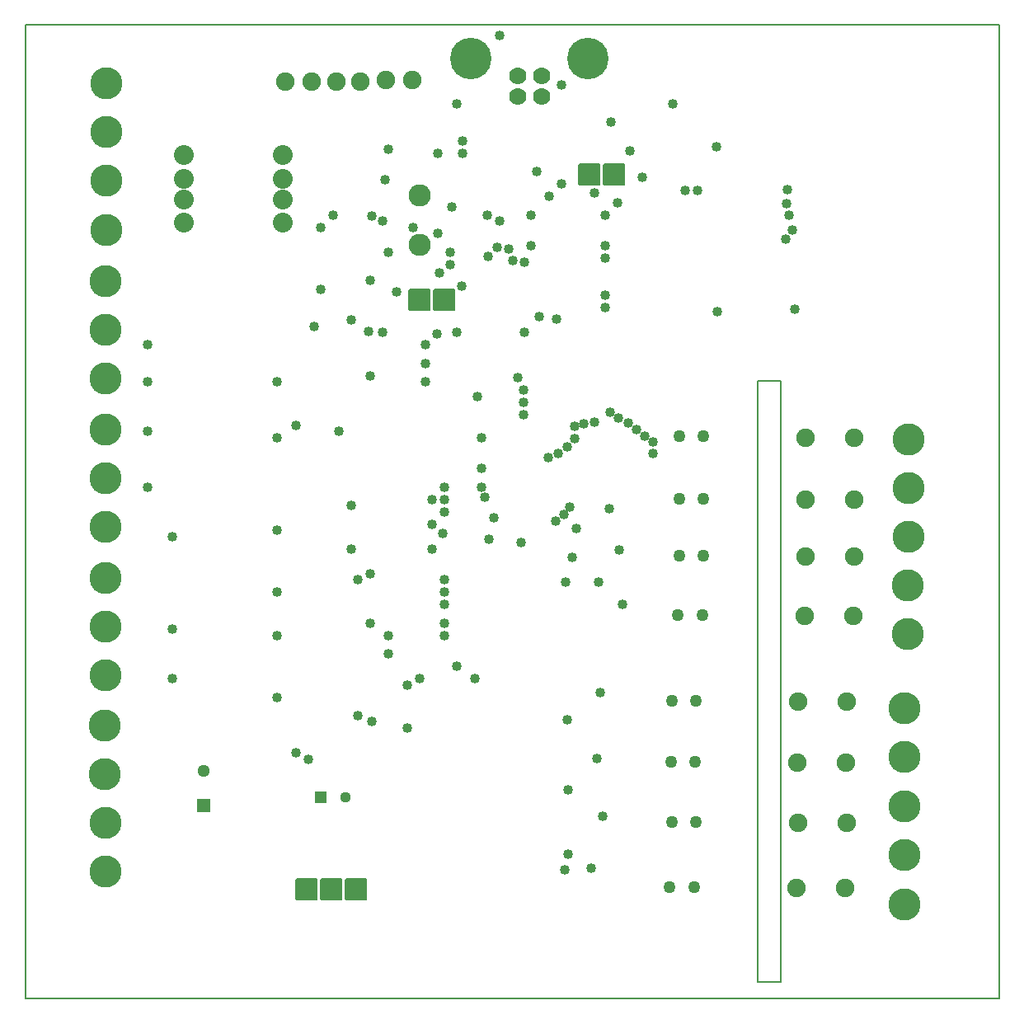
<source format=gbr>
G04 PROTEUS RS274X GERBER FILE*
%FSLAX45Y45*%
%MOMM*%
G01*
%ADD24C,1.016000*%
%ADD42C,1.778000*%
%ADD49C,4.254000*%
%ADD53C,3.302000*%
%ADD54C,1.270000*%
%ADD55C,1.905000*%
%ADD62C,2.286000*%
%AMPPAD057*
4,1,4,
-0.640000,-0.640000,
-0.640000,0.640000,
0.640000,0.640000,
0.640000,-0.640000,
-0.640000,-0.640000,
0*%
%ADD63PPAD057*%
%ADD34C,1.280000*%
%AMPPAD058*
4,1,4,
-0.560000,0.560000,
0.560000,0.560000,
0.560000,-0.560000,
-0.560000,-0.560000,
-0.560000,0.560000,
0*%
%ADD64PPAD058*%
%ADD36C,1.120000*%
%AMPPAD060*
4,1,36,
1.016000,-1.143000,
-1.016000,-1.143000,
-1.041970,-1.140470,
-1.065980,-1.133200,
-1.087580,-1.121650,
-1.106290,-1.106290,
-1.121650,-1.087570,
-1.133200,-1.065980,
-1.140470,-1.041970,
-1.143000,-1.016000,
-1.143000,1.016000,
-1.140470,1.041970,
-1.133200,1.065980,
-1.121650,1.087570,
-1.106290,1.106290,
-1.087580,1.121650,
-1.065980,1.133200,
-1.041970,1.140470,
-1.016000,1.143000,
1.016000,1.143000,
1.041970,1.140470,
1.065980,1.133200,
1.087580,1.121650,
1.106290,1.106290,
1.121650,1.087570,
1.133200,1.065980,
1.140470,1.041970,
1.143000,1.016000,
1.143000,-1.016000,
1.140470,-1.041970,
1.133200,-1.065980,
1.121650,-1.087570,
1.106290,-1.106290,
1.087580,-1.121650,
1.065980,-1.133200,
1.041970,-1.140470,
1.016000,-1.143000,
0*%
%ADD66PPAD060*%
%ADD31C,2.032000*%
%ADD43C,0.203200*%
D24*
X-571500Y+1841500D03*
X-3746500Y+1714500D03*
X-3492500Y-1206500D03*
X-3746500Y+254000D03*
X-3746500Y+825500D03*
X-3746500Y+1333500D03*
X-3492500Y-254000D03*
X-3492500Y-1714500D03*
X-1460500Y-635000D03*
X-698500Y-825500D03*
X-381000Y-1714500D03*
X-952500Y-1714500D03*
X-190500Y-63500D03*
X-571500Y-1587500D03*
X-2222500Y-2476500D03*
X-2222500Y+889000D03*
X-1460500Y+1397000D03*
X-825500Y+127000D03*
X-825500Y-127000D03*
X-1651000Y+1968500D03*
X-1333500Y+1841500D03*
X-698500Y+254000D03*
X-889000Y+1714500D03*
X-698500Y+0D03*
X-317500Y+444500D03*
X-317500Y+762000D03*
X-698500Y-1270000D03*
X-889000Y+1524000D03*
X-889000Y+1333500D03*
X-698500Y-1143000D03*
X-1270000Y-1270000D03*
X-1587500Y-2095500D03*
X+1651000Y+4191000D03*
X-1270000Y+2667000D03*
X+1016000Y+4000500D03*
X-1651000Y-381000D03*
X-1270000Y-1460500D03*
X-1968500Y+2921000D03*
X-2413000Y-1905000D03*
X-2413000Y-190500D03*
X-2032000Y+1905000D03*
X-1016000Y+2921000D03*
X-1968500Y+2286000D03*
X-825500Y-381000D03*
X-2413000Y+1333500D03*
X-2413000Y-1270000D03*
X-2413000Y-825500D03*
X-2413000Y+762000D03*
X-127000Y+2984500D03*
X-635000Y+2667000D03*
X-1333500Y+2984500D03*
X-635000Y+2540000D03*
X+1079500Y+3175000D03*
X+952500Y+2730500D03*
X+381000Y+3238500D03*
X+952500Y+2603500D03*
X+190500Y+3048000D03*
X+952500Y+3048000D03*
X+508000Y+3365500D03*
X+254000Y+3492500D03*
X+952500Y+2095500D03*
X-508000Y+3683000D03*
X-762000Y+3683000D03*
X-127000Y+4889500D03*
X-571500Y+4191000D03*
X-254000Y+3048000D03*
X-508000Y+3810000D03*
X+1905000Y+3302000D03*
X-762000Y+2857500D03*
X-1778000Y+825500D03*
X-698500Y-698500D03*
X-1079500Y-2222500D03*
X+508000Y+4381500D03*
X-1587500Y-698500D03*
X-1460500Y-1143000D03*
X-317500Y+254000D03*
X+370000Y+560000D03*
X+655517Y-168538D03*
X+474168Y+596987D03*
X+449931Y-97960D03*
X+544842Y-723168D03*
X+883810Y-723168D03*
X+565210Y+663508D03*
X+527073Y-31936D03*
X+638407Y+753547D03*
X+586306Y+50754D03*
X+618446Y-469414D03*
X+564776Y-2132705D03*
X+638888Y+878033D03*
X+572518Y-2855720D03*
X+736506Y+906357D03*
X+570085Y-3515409D03*
X+841984Y+916463D03*
X+534981Y-3678130D03*
X+1007245Y+1025752D03*
X+996335Y+32883D03*
X+1086093Y+958544D03*
X+1098652Y-395926D03*
X+1188967Y+910209D03*
X+1134885Y-951010D03*
X+1274328Y+840704D03*
X+904105Y-1855026D03*
X+2095500Y+3746500D03*
X+2105500Y+2052000D03*
X+1359671Y+778112D03*
X+869417Y-2530270D03*
X+1445885Y+720081D03*
X+811026Y-3659624D03*
X+1441050Y+601049D03*
X+930569Y-3128787D03*
X+2821226Y+3307917D03*
X+2819699Y+3166370D03*
X+2842404Y+3044065D03*
X+2874954Y+2893344D03*
X+2803946Y+2795842D03*
X+2902313Y+2075638D03*
X+456766Y+1979175D03*
X-1270000Y+3720000D03*
X+190500Y+2730500D03*
X+4030000Y-2020240D03*
X+1778000Y+3302000D03*
X+127000Y+1841500D03*
X+276499Y+2000507D03*
X+952500Y+2222500D03*
X+123884Y+2560742D03*
X+57290Y+1374253D03*
X+3439Y+2579929D03*
X+114134Y+1248599D03*
X-33537Y+2696173D03*
X+117377Y+1123735D03*
X-151661Y+2715159D03*
X+113012Y+996294D03*
X-249339Y+2620973D03*
X-358424Y+1184536D03*
X-747954Y+2454238D03*
X-776473Y+1828315D03*
X-1187535Y+2257783D03*
X-1651000Y+63500D03*
X-698500Y-952500D03*
X-712013Y-222567D03*
X-700984Y+127086D03*
X-622829Y+3126517D03*
X-280000Y+150000D03*
X-238445Y-283489D03*
X-1079500Y-1778000D03*
X-1446296Y-2156585D03*
X-1461945Y+2374407D03*
X-1472987Y+1851654D03*
X+90500Y-320000D03*
X-2095500Y-2540000D03*
X-1841500Y+3048000D03*
X-522521Y+2320214D03*
X-1441114Y+3034702D03*
X-1308462Y+3408462D03*
X+845423Y+3269796D03*
X+1336986Y+3434158D03*
X+1209379Y+3707962D03*
D42*
X+53000Y+4268000D03*
X+301920Y+4268000D03*
X+301920Y+4479780D03*
X+53000Y+4479780D03*
D49*
X-427000Y+4649780D03*
X+773000Y+4649780D03*
D53*
X-4179620Y+2369000D03*
X-4179620Y+1868620D03*
X-4179620Y+1368240D03*
X-4176620Y+846000D03*
X-4176620Y+345620D03*
X-4176620Y-154760D03*
X-4179620Y-677000D03*
X-4179620Y-1177380D03*
X-4179620Y-1677760D03*
X+4029000Y-3022000D03*
X+4029000Y-2521620D03*
X+4029000Y-2021240D03*
X+4066000Y-255000D03*
X+4066000Y+245380D03*
X+4066000Y+745760D03*
D54*
X+1617000Y-3853000D03*
X+1867000Y-3853000D03*
D55*
X+2917000Y-3863000D03*
X+3417000Y-3863000D03*
D54*
X+1637000Y-3185000D03*
X+1887000Y-3185000D03*
D55*
X+2937000Y-3195000D03*
X+3437000Y-3195000D03*
D54*
X+1627000Y-2567000D03*
X+1877000Y-2567000D03*
D55*
X+2927000Y-2577000D03*
X+3427000Y-2577000D03*
D54*
X+1637000Y-1939000D03*
X+1887000Y-1939000D03*
D55*
X+2937000Y-1949000D03*
X+3437000Y-1949000D03*
D54*
X+1700000Y-1060000D03*
X+1950000Y-1060000D03*
D55*
X+3000000Y-1070000D03*
X+3500000Y-1070000D03*
D54*
X+1713000Y-451000D03*
X+1963000Y-451000D03*
D55*
X+3013000Y-461000D03*
X+3513000Y-461000D03*
D54*
X+1713000Y+131000D03*
X+1963000Y+131000D03*
D55*
X+3013000Y+121000D03*
X+3513000Y+121000D03*
D54*
X+1713000Y+773000D03*
X+1963000Y+773000D03*
D55*
X+3013000Y+763000D03*
X+3513000Y+763000D03*
D53*
X+4024000Y-4029000D03*
X+4024000Y-3528620D03*
X+4057000Y-1257000D03*
X+4057000Y-756620D03*
X-4181620Y-2194000D03*
X-4181620Y-2694380D03*
X-4180620Y-3192000D03*
X-4180620Y-3692380D03*
D62*
X-950000Y+3250000D03*
X-950000Y+2742000D03*
D63*
X-3170000Y-3015000D03*
D34*
X-3170000Y-2665000D03*
D64*
X-1965000Y-2930000D03*
D36*
X-1715000Y-2930000D03*
D55*
X-2330000Y+4420000D03*
X-2060000Y+4420000D03*
X-1810000Y+4420000D03*
X-1560000Y+4420000D03*
X-1300000Y+4430000D03*
X-1030000Y+4430000D03*
D66*
X-1606000Y-3880000D03*
X-1860000Y-3880000D03*
X-2114000Y-3880000D03*
X-950000Y+2170000D03*
X-696000Y+2170000D03*
X+796000Y+3460000D03*
X+1050000Y+3460000D03*
D53*
X-4172250Y+4397750D03*
X-4172250Y+3897370D03*
X-4172250Y+3396990D03*
X-4172250Y+2896610D03*
D31*
X-3370000Y+2970000D03*
X-2354000Y+2970000D03*
X-3370000Y+3210000D03*
X-2354000Y+3210000D03*
X-3370000Y+3660000D03*
X-2354000Y+3660000D03*
X-2360000Y+3420000D03*
X-3376000Y+3420000D03*
D43*
X-5000000Y-5000000D02*
X+5000000Y-5000000D01*
X+5000000Y+5000000D01*
X-5000000Y+5000000D01*
X-5000000Y-5000000D01*
X+2520000Y-4830000D02*
X+2760000Y-4830000D01*
X+2760000Y+1340000D01*
X+2520000Y+1340000D01*
X+2520000Y-4830000D01*
M02*

</source>
